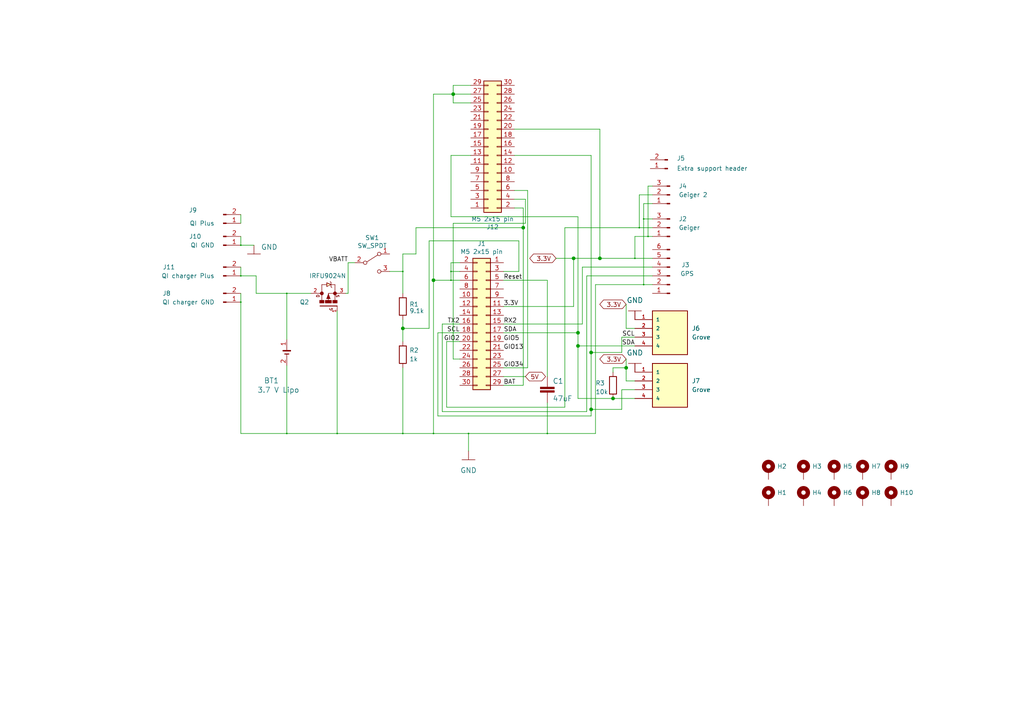
<source format=kicad_sch>
(kicad_sch (version 20220404) (generator eeschema)
  (paper "A4")
  (title_block (title "bGeigieZen V2.1.2") (date "2022-03-31") (rev "V2.1.2") (company "GitHub link at https://github.com/Safecast/bGeigieZen"))
  (lib_symbols
    (symbol "110990030:110990030" (pin_names (offset 1.016))
      (property "Reference" "J" (at -5.08 5.842 0))
      (property "Value" "110990030" (at -5.08 -8.382 0))
      (symbol "110990030_0_0"
        (rectangle (start -5.08 -7.62) (end 5.08 5.08) (stroke (width 0.254)) (fill (type background)))
        (pin passive line (at -10.16 2.54 0) (length 5.08) (name "1") (number "1"))
        (pin passive line (at -10.16 0 0) (length 5.08) (name "2") (number "2"))
        (pin passive line (at -10.16 -2.54 0) (length 5.08) (name "3") (number "3"))
        (pin passive line (at -10.16 -5.08 0) (length 5.08) (name "4") (number "4"))
      )
    )
    (symbol "Connector:Conn_01x02_Male" (pin_names hide)
      (property "Reference" "J" (at 0 2.54 0))
      (property "Value" "Conn_01x02_Male" (at 0 -5.08 0))
      (symbol "Conn_01x02_Male_1_1"
        (polyline (pts (xy 1.27 -2.54) (xy 0.8636 -2.54)))
        (polyline (pts (xy 1.27 0) (xy 0.8636 0)))
        (rectangle (start 0.8636 -2.413) (end 0 -2.667) (fill (type outline)))
        (rectangle (start 0.8636 0.127) (end 0 -0.127) (fill (type outline)))
        (pin passive line (at 5.08 0 180) (length 3.81) (name "Pin_1") (number "1"))
        (pin passive line (at 5.08 -2.54 180) (length 3.81) (name "Pin_2") (number "2"))
      )
    )
    (symbol "Connector:Conn_01x02_Male_1" (pin_names (offset 1.016) hide)
      (property "Reference" "J" (at 0 2.54 0))
      (property "Value" "Conn_01x02_Male" (at 0 -5.08 0))
      (symbol "Conn_01x02_Male_1_1_1"
        (polyline (pts (xy 1.27 -2.54) (xy 0.8636 -2.54)) (stroke (width 0.1524)))
        (polyline (pts (xy 1.27 0) (xy 0.8636 0)) (stroke (width 0.1524)))
        (rectangle (start 0.8636 -2.413) (end 0 -2.667) (stroke (width 0.1524)) (fill (type outline)))
        (rectangle (start 0.8636 0.127) (end 0 -0.127) (stroke (width 0.1524)) (fill (type outline)))
        (pin passive line (at 5.08 0 180) (length 3.81) (name "Pin_1") (number "1"))
        (pin passive line (at 5.08 -2.54 180) (length 3.81) (name "Pin_2") (number "2"))
      )
    )
    (symbol "Connector:Conn_01x03_Male" (pin_names hide)
      (property "Reference" "J" (at 0 5.08 0))
      (property "Value" "Conn_01x03_Male" (at 0 -5.08 0))
      (symbol "Conn_01x03_Male_1_1"
        (polyline (pts (xy 1.27 -2.54) (xy 0.8636 -2.54)) (stroke (width 0.1524)))
        (polyline (pts (xy 1.27 0) (xy 0.8636 0)) (stroke (width 0.1524)))
        (polyline (pts (xy 1.27 2.54) (xy 0.8636 2.54)) (stroke (width 0.1524)))
        (rectangle (start 0.8636 -2.413) (end 0 -2.667) (stroke (width 0.1524)) (fill (type outline)))
        (rectangle (start 0.8636 0.127) (end 0 -0.127) (stroke (width 0.1524)) (fill (type outline)))
        (rectangle (start 0.8636 2.667) (end 0 2.413) (stroke (width 0.1524)) (fill (type outline)))
        (pin passive line (at 5.08 2.54 180) (length 3.81) (name "Pin_1") (number "1"))
        (pin passive line (at 5.08 0 180) (length 3.81) (name "Pin_2") (number "2"))
        (pin passive line (at 5.08 -2.54 180) (length 3.81) (name "Pin_3") (number "3"))
      )
    )
    (symbol "Connector:Conn_01x06_Male" (pin_names (offset 1.016) hide)
      (property "Reference" "J" (at 0 7.62 0))
      (property "Value" "Conn_01x06_Male" (at 0 -10.16 0))
      (symbol "Conn_01x06_Male_1_1"
        (polyline (pts (xy 1.27 -7.62) (xy 0.8636 -7.62)) (stroke (width 0.1524)))
        (polyline (pts (xy 1.27 -5.08) (xy 0.8636 -5.08)) (stroke (width 0.1524)))
        (polyline (pts (xy 1.27 -2.54) (xy 0.8636 -2.54)) (stroke (width 0.1524)))
        (polyline (pts (xy 1.27 0) (xy 0.8636 0)) (stroke (width 0.1524)))
        (polyline (pts (xy 1.27 2.54) (xy 0.8636 2.54)) (stroke (width 0.1524)))
        (polyline (pts (xy 1.27 5.08) (xy 0.8636 5.08)) (stroke (width 0.1524)))
        (rectangle (start 0.8636 -7.493) (end 0 -7.747) (stroke (width 0.1524)) (fill (type outline)))
        (rectangle (start 0.8636 -4.953) (end 0 -5.207) (stroke (width 0.1524)) (fill (type outline)))
        (rectangle (start 0.8636 -2.413) (end 0 -2.667) (stroke (width 0.1524)) (fill (type outline)))
        (rectangle (start 0.8636 0.127) (end 0 -0.127) (stroke (width 0.1524)) (fill (type outline)))
        (rectangle (start 0.8636 2.667) (end 0 2.413) (stroke (width 0.1524)) (fill (type outline)))
        (rectangle (start 0.8636 5.207) (end 0 4.953) (stroke (width 0.1524)) (fill (type outline)))
        (pin passive line (at 5.08 5.08 180) (length 3.81) (name "Pin_1") (number "1"))
        (pin passive line (at 5.08 2.54 180) (length 3.81) (name "Pin_2") (number "2"))
        (pin passive line (at 5.08 0 180) (length 3.81) (name "Pin_3") (number "3"))
        (pin passive line (at 5.08 -2.54 180) (length 3.81) (name "Pin_4") (number "4"))
        (pin passive line (at 5.08 -5.08 180) (length 3.81) (name "Pin_5") (number "5"))
        (pin passive line (at 5.08 -7.62 180) (length 3.81) (name "Pin_6") (number "6"))
      )
    )
    (symbol "Connector_Generic:Conn_02x15_Odd_Even" (pin_names hide)
      (property "Reference" "J" (at 1.27 20.32 0))
      (property "Value" "Conn_02x15_Odd_Even" (at 1.27 -20.32 0))
      (symbol "Conn_02x15_Odd_Even_1_1"
        (rectangle (start -1.27 -17.653) (end 0 -17.907))
        (rectangle (start -1.27 -15.113) (end 0 -15.367))
        (rectangle (start -1.27 -12.573) (end 0 -12.827))
        (rectangle (start -1.27 -10.033) (end 0 -10.287))
        (rectangle (start -1.27 -7.493) (end 0 -7.747))
        (rectangle (start -1.27 -4.953) (end 0 -5.207))
        (rectangle (start -1.27 -2.413) (end 0 -2.667))
        (rectangle (start -1.27 0.127) (end 0 -0.127))
        (rectangle (start -1.27 2.667) (end 0 2.413))
        (rectangle (start -1.27 5.207) (end 0 4.953))
        (rectangle (start -1.27 7.747) (end 0 7.493))
        (rectangle (start -1.27 10.287) (end 0 10.033))
        (rectangle (start -1.27 12.827) (end 0 12.573))
        (rectangle (start -1.27 15.367) (end 0 15.113))
        (rectangle (start -1.27 17.907) (end 0 17.653))
        (rectangle (start -1.27 19.05) (end 3.81 -19.05) (stroke (width 0.254)) (fill (type background)))
        (rectangle (start 3.81 -17.653) (end 2.54 -17.907))
        (rectangle (start 3.81 -15.113) (end 2.54 -15.367))
        (rectangle (start 3.81 -12.573) (end 2.54 -12.827))
        (rectangle (start 3.81 -10.033) (end 2.54 -10.287))
        (rectangle (start 3.81 -7.493) (end 2.54 -7.747))
        (rectangle (start 3.81 -4.953) (end 2.54 -5.207))
        (rectangle (start 3.81 -2.413) (end 2.54 -2.667))
        (rectangle (start 3.81 0.127) (end 2.54 -0.127))
        (rectangle (start 3.81 2.667) (end 2.54 2.413))
        (rectangle (start 3.81 5.207) (end 2.54 4.953))
        (rectangle (start 3.81 7.747) (end 2.54 7.493))
        (rectangle (start 3.81 10.287) (end 2.54 10.033))
        (rectangle (start 3.81 12.827) (end 2.54 12.573))
        (rectangle (start 3.81 15.367) (end 2.54 15.113))
        (rectangle (start 3.81 17.907) (end 2.54 17.653))
        (pin passive line (at -5.08 17.78 0) (length 3.81) (name "Pin_1") (number "1"))
        (pin passive line (at 7.62 7.62 180) (length 3.81) (name "Pin_10") (number "10"))
        (pin passive line (at -5.08 5.08 0) (length 3.81) (name "Pin_11") (number "11"))
        (pin passive line (at 7.62 5.08 180) (length 3.81) (name "Pin_12") (number "12"))
        (pin passive line (at -5.08 2.54 0) (length 3.81) (name "Pin_13") (number "13"))
        (pin passive line (at 7.62 2.54 180) (length 3.81) (name "Pin_14") (number "14"))
        (pin passive line (at -5.08 0 0) (length 3.81) (name "Pin_15") (number "15"))
        (pin passive line (at 7.62 0 180) (length 3.81) (name "Pin_16") (number "16"))
        (pin passive line (at -5.08 -2.54 0) (length 3.81) (name "Pin_17") (number "17"))
        (pin passive line (at 7.62 -2.54 180) (length 3.81) (name "Pin_18") (number "18"))
        (pin passive line (at -5.08 -5.08 0) (length 3.81) (name "Pin_19") (number "19"))
        (pin passive line (at 7.62 17.78 180) (length 3.81) (name "Pin_2") (number "2"))
        (pin passive line (at 7.62 -5.08 180) (length 3.81) (name "Pin_20") (number "20"))
        (pin passive line (at -5.08 -7.62 0) (length 3.81) (name "Pin_21") (number "21"))
        (pin passive line (at 7.62 -7.62 180) (length 3.81) (name "Pin_22") (number "22"))
        (pin passive line (at -5.08 -10.16 0) (length 3.81) (name "Pin_23") (number "23"))
        (pin passive line (at 7.62 -10.16 180) (length 3.81) (name "Pin_24") (number "24"))
        (pin passive line (at -5.08 -12.7 0) (length 3.81) (name "Pin_25") (number "25"))
        (pin passive line (at 7.62 -12.7 180) (length 3.81) (name "Pin_26") (number "26"))
        (pin passive line (at -5.08 -15.24 0) (length 3.81) (name "Pin_27") (number "27"))
        (pin passive line (at 7.62 -15.24 180) (length 3.81) (name "Pin_28") (number "28"))
        (pin passive line (at -5.08 -17.78 0) (length 3.81) (name "Pin_29") (number "29"))
        (pin passive line (at -5.08 15.24 0) (length 3.81) (name "Pin_3") (number "3"))
        (pin passive line (at 7.62 -17.78 180) (length 3.81) (name "Pin_30") (number "30"))
        (pin passive line (at 7.62 15.24 180) (length 3.81) (name "Pin_4") (number "4"))
        (pin passive line (at -5.08 12.7 0) (length 3.81) (name "Pin_5") (number "5"))
        (pin passive line (at 7.62 12.7 180) (length 3.81) (name "Pin_6") (number "6"))
        (pin passive line (at -5.08 10.16 0) (length 3.81) (name "Pin_7") (number "7"))
        (pin passive line (at 7.62 10.16 180) (length 3.81) (name "Pin_8") (number "8"))
        (pin passive line (at -5.08 7.62 0) (length 3.81) (name "Pin_9") (number "9"))
      )
    )
    (symbol "Device:R" (pin_numbers hide) (pin_names (offset 0))
      (property "Reference" "R" (at 2.032 0 90))
      (property "Value" "R" (at 0 0 90))
      (symbol "R_0_1"
        (rectangle (start -1.016 -2.54) (end 1.016 2.54) (stroke (width 0.254)))
      )
      (symbol "R_1_1"
        (pin passive line (at 0 3.81 270) (length 1.27) (name "~") (number "1"))
        (pin passive line (at 0 -3.81 90) (length 1.27) (name "~") (number "2"))
      )
    )
    (symbol "IRFR9024:IRFR9024" (pin_names (offset 1.016))
      (property "Reference" "Q2" (at 0 6.9534 90))
      (property "Value" "IRFR9024" (at 10.795 -0.4253 90))
      (symbol "IRFR9024_0_0"
        (rectangle (start -0.254 -2.54) (end 0.508 -1.27) (fill (type outline)))
        (rectangle (start -0.254 -0.889) (end 0.508 0.889) (fill (type outline)))
        (rectangle (start -0.254 1.27) (end 0.508 2.54) (fill (type outline)))
        (polyline (pts (xy -1.1176 -2.54) (xy -2.54 -2.54)) (stroke (width 0.1524)))
        (polyline (pts (xy -1.1176 2.413) (xy -1.1176 -2.54)) (stroke (width 0.254)))
        (polyline (pts (xy 0.508 -1.905) (xy 2.54 -1.905)) (stroke (width 0.1524)))
        (polyline (pts (xy 1.016 -0.508) (xy 2.286 0)) (stroke (width 0.1524)))
        (polyline (pts (xy 1.016 0.508) (xy 1.016 -0.508)) (stroke (width 0.1524)))
        (polyline (pts (xy 1.143 -0.254) (xy 2.032 0)) (stroke (width 0.3048)))
        (polyline (pts (xy 1.143 0) (xy 0.254 0)) (stroke (width 0.1524)))
        (polyline (pts (xy 1.143 0) (xy 1.397 0)) (stroke (width 0.3048)))
        (polyline (pts (xy 1.143 0.254) (xy 1.143 0)) (stroke (width 0.3048)))
        (polyline (pts (xy 2.032 0) (xy 1.143 0.254)) (stroke (width 0.3048)))
        (polyline (pts (xy 2.2352 0) (xy 2.54 0)) (stroke (width 0.1524)))
        (polyline (pts (xy 2.286 0) (xy 1.016 0.508)) (stroke (width 0.1524)))
        (polyline (pts (xy 2.54 -1.905) (xy 2.54 -2.54)) (stroke (width 0.1524)))
        (polyline (pts (xy 2.54 0) (xy 2.54 -1.905)) (stroke (width 0.1524)))
        (polyline (pts (xy 2.54 1.905) (xy 0.5334 1.905)) (stroke (width 0.1524)))
        (polyline (pts (xy 2.54 1.905) (xy 5.08 1.905)) (stroke (width 0.1524)))
        (polyline (pts (xy 2.54 2.54) (xy 2.54 1.905)) (stroke (width 0.1524)))
        (polyline (pts (xy 4.445 -0.762) (xy 4.191 -1.016)) (stroke (width 0.1524)))
        (polyline (pts (xy 4.5212 0.4826) (xy 5.08 -0.762)) (stroke (width 0.1524)))
        (polyline (pts (xy 5.08 -1.905) (xy 2.54 -1.905)) (stroke (width 0.1524)))
        (polyline (pts (xy 5.08 -1.905) (xy 5.08 -0.762)) (stroke (width 0.1524)))
        (polyline (pts (xy 5.08 -0.762) (xy 4.445 -0.762)) (stroke (width 0.1524)))
        (polyline (pts (xy 5.08 -0.762) (xy 5.6388 0.4826)) (stroke (width 0.1524)))
        (polyline (pts (xy 5.08 0.4826) (xy 4.5212 0.4826)) (stroke (width 0.1524)))
        (polyline (pts (xy 5.08 0.4826) (xy 5.08 1.905)) (stroke (width 0.1524)))
        (polyline (pts (xy 5.6388 0.4826) (xy 5.08 0.4826)) (stroke (width 0.1524)))
        (polyline (pts (xy 5.715 -0.762) (xy 5.08 -0.762)) (stroke (width 0.1524)))
        (polyline (pts (xy 5.715 -0.762) (xy 5.969 -0.508)) (stroke (width 0.1524)))
        (polyline (pts (xy 5.08 -0.635) (xy 5.5626 0.4064) (xy 4.5974 0.4064)) (stroke (width 0.1524)) (fill (type background)))
        (circle (center 2.54 -1.905) (radius 0.127) (stroke (width 0.4064)))
        (circle (center 2.54 1.905) (radius 0.127) (stroke (width 0.4064)))
        (text "D" (at 1.27 2.54 0) (effects (font (size 0.8128 0.8128)) (justify left bottom)))
        (text "G" (at -2.54 -1.27 0) (effects (font (size 0.8128 0.8128)) (justify left bottom)))
        (text "S" (at 1.27 -3.175 0) (effects (font (size 0.8128 0.8128)) (justify left bottom)))
        (pin passive line (at -2.54 -2.54 0) (length 0) (name "~") (number "1"))
        (pin passive line (at 2.54 5.08 270) (length 2.54) (name "~") (number "2"))
        (pin passive line (at 2.54 -5.08 90) (length 2.54) (name "~") (number "3"))
      )
    )
    (symbol "Mechanical:MountingHole_Pad" (pin_numbers hide) (pin_names hide)
      (property "Reference" "H" (at 0 6.35 0))
      (property "Value" "MountingHole_Pad" (at 0 4.445 0))
      (symbol "MountingHole_Pad_0_1"
        (circle (center 0 1.27) (radius 1.27) (stroke (width 1.27)))
      )
      (symbol "MountingHole_Pad_1_1"
        (pin input line (at 0 -2.54 90) (length 2.54) (name "1") (number "1"))
      )
    )
    (symbol "Switch:SW_SPDT" (pin_names (offset 0) hide)
      (property "Reference" "SW1" (at 0 7.239 0))
      (property "Value" "SW_SPDT" (at 0 4.9276 0))
      (symbol "SW_SPDT_0_0"
        (circle (center -2.032 0) (radius 0.508))
        (circle (center 2.032 -2.54) (radius 0.508))
      )
      (symbol "SW_SPDT_0_1"
        (polyline (pts (xy -1.524 0.254) (xy 1.651 2.286)))
        (circle (center 2.032 2.54) (radius 0.508))
      )
      (symbol "SW_SPDT_1_1"
        (pin passive line (at 5.08 2.54 180) (length 2.54) (name "A") (number "1"))
        (pin passive line (at -5.08 0 0) (length 2.54) (name "B") (number "2"))
        (pin passive line (at 5.08 -2.54 180) (length 2.54) (name "C") (number "3"))
      )
    )
    (symbol "bGeigieRaku-V2-rescue:BATTERY-akizuki-M5_board-rescue" (pin_names hide)
      (property "Reference" "BT" (at 0 -7.62 0))
      (property "Value" "BATTERY-akizuki-M5_board-rescue" (at 0 6.35 0))
      (symbol "BATTERY-akizuki-M5_board-rescue_0_1"
        (rectangle (start -1.143 0.635) (end 1.143 0.381) (fill (type outline)))
        (rectangle (start -0.635 -0.381) (end 0.635 -0.508))
        (polyline (pts (xy 0 -0.508) (xy 0 -1.27)))
        (polyline (pts (xy 0 1.27) (xy 0 0.635)))
      )
      (symbol "BATTERY-akizuki-M5_board-rescue_1_1"
        (pin input line (at 0 3.81 270) (length 2.54) (name "+") (number "1"))
        (pin input line (at 0 -3.81 90) (length 2.54) (name "-") (number "2"))
      )
    )
    (symbol "bGeigieRaku-V2-rescue:GND-bGeigieNano_V1.1.5" (power)
      (property "Value" "GND-bGeigieNano_V1.1.5" (at 0 -0.254 0))
      (symbol "GND-bGeigieNano_V1.1.5_1_0"
        (polyline (pts (xy -1.905 0) (xy 1.905 0)))
        (pin power_in line (at 0 2.54 270) (length 2.54) (name "GND") (number "1"))
      )
    )
    (symbol "bGeigieRaku-V2-rescue:bGeigieNano_V1.1.5-eagle-import_C-EU025-024X044-bGeigieNano_V1.1.5-cache"
      (property "Reference" "C" (at 1.524 0.381 0))
      (property "Value" "bGeigieNano_V1.1.5-eagle-import_C-EU025-024X044-bGeigieNano_V1.1.5-cache" (at 1.524 -4.699 0))
      (symbol "bGeigieNano_V1.1.5-eagle-import_C-EU025-024X044-bGeigieNano_V1.1.5-cache_1_0"
        (rectangle (start -2.032 -2.032) (end 2.032 -1.524) (fill (type outline)))
        (rectangle (start -2.032 -1.016) (end 2.032 -0.508) (fill (type outline)))
        (polyline (pts (xy 0 -2.54) (xy 0 -2.032)))
        (polyline (pts (xy 0 0) (xy 0 -0.508)))
        (pin passive line (at 0 2.54 270) (length 2.54) (name "1") (number "1"))
        (pin passive line (at 0 -5.08 90) (length 2.54) (name "2") (number "2"))
      )
    )
  )
  (junction (at 83.185 125.73) (diameter 0.3048))
  (junction (at 116.84 78.74) (diameter 0.3048))
  (junction (at 125.73 125.73) (diameter 0.3048))
  (junction (at 97.79 125.73) (diameter 0.3048))
  (junction (at 69.85 87.63) (diameter 0.3048))
  (junction (at 181.61 106.68))
  (junction (at 186.69 82.55) (diameter 0.3048))
  (junction (at 166.37 74.93))
  (junction (at 177.8 115.57))
  (junction (at 171.45 102.235))
  (junction (at 130.81 81.28) (diameter 0.3048))
  (junction (at 83.185 85.09) (diameter 0.3048))
  (junction (at 186.69 63.5) (diameter 0.3048))
  (junction (at 185.42 66.04) (diameter 0.3048))
  (junction (at 167.64 100.33))
  (junction (at 69.85 71.12) (diameter 0.3048))
  (junction (at 116.84 125.73) (diameter 0.3048))
  (junction (at 184.15 74.93) (diameter 0.3048))
  (junction (at 158.75 125.73) (diameter 0.3048))
  (junction (at 167.64 96.52))
  (junction (at 69.85 80.01) (diameter 0.3048))
  (junction (at 187.96 68.58) (diameter 0.3048))
  (junction (at 125.73 81.28))
  (junction (at 116.84 95.25))
  (junction (at 135.89 125.73) (diameter 0.3048))
  (junction (at 151.765 66.04))
  (junction (at 131.445 27.305))
  (junction (at 173.99 74.93))
  (junction (at 171.45 118.745))
  (junction (at 130.81 78.74) (diameter 0.3048))
  (wire (pts (xy 127 96.52) (xy 133.35 96.52)))
  (wire (pts (xy 127 120.65) (xy 127 96.52)))
  (wire (pts (xy 186.69 59.055) (xy 189.23 59.055)))
  (wire (pts (xy 177.8 107.95) (xy 177.8 106.68)))
  (wire (pts (xy 74.295 85.09) (xy 83.185 85.09)))
  (wire (pts (xy 186.69 82.55) (xy 172.72 82.55)))
  (wire (pts (xy 177.8 115.57) (xy 167.64 115.57)))
  (wire (pts (xy 184.15 95.25) (xy 181.61 95.25)))
  (wire (pts (xy 130.81 78.74) (xy 133.35 78.74)))
  (wire (pts (xy 69.85 87.63) (xy 69.85 125.73)))
  (wire (pts (xy 152.4 57.785) (xy 149.225 57.785)))
  (wire (pts (xy 152.4 64.77) (xy 152.4 57.785)))
  (wire (pts (xy 135.89 125.73) (xy 135.89 130.81)))
  (wire (pts (xy 167.64 115.57) (xy 167.64 100.33)))
  (wire (pts (xy 124.46 69.85) (xy 150.495 69.85)))
  (wire (pts (xy 97.79 125.73) (xy 116.84 125.73)))
  (wire (pts (xy 172.72 125.73) (xy 158.75 125.73)))
  (wire (pts (xy 177.8 106.68) (xy 181.61 106.68)))
  (wire (pts (xy 131.445 29.845) (xy 131.445 27.305)))
  (wire (pts (xy 153.035 55.245) (xy 153.035 106.68)))
  (wire (pts (xy 83.185 125.73) (xy 83.185 106.045)))
  (wire (pts (xy 83.185 125.73) (xy 97.79 125.73)))
  (wire (pts (xy 146.05 109.22) (xy 152.4 109.22)))
  (wire (pts (xy 151.765 111.76) (xy 146.05 111.76)))
  (wire (pts (xy 130.81 81.28) (xy 133.35 81.28)))
  (wire (pts (xy 167.64 62.865) (xy 167.64 96.52)))
  (wire (pts (xy 161.29 74.93) (xy 166.37 74.93)))
  (wire (pts (xy 116.84 95.25) (xy 116.84 99.06)))
  (wire (pts (xy 189.23 66.04) (xy 185.42 66.04)))
  (wire (pts (xy 150.495 69.85) (xy 150.495 78.74)))
  (wire (pts (xy 116.84 92.71) (xy 116.84 95.25)))
  (wire (pts (xy 131.445 24.765) (xy 131.445 27.305)))
  (wire (pts (xy 130.81 78.74) (xy 130.81 76.2)))
  (wire (pts (xy 100.965 76.2) (xy 102.87 76.2)))
  (wire (pts (xy 69.85 71.12) (xy 73.66 71.12)))
  (wire (pts (xy 180.34 113.03) (xy 184.15 113.03)))
  (wire (pts (xy 170.18 119.38) (xy 128.27 119.38)))
  (wire (pts (xy 168.91 93.98) (xy 146.05 93.98)))
  (wire (pts (xy 125.73 125.73) (xy 125.73 81.28)))
  (wire (pts (xy 129.54 118.11) (xy 163.83 118.11)))
  (wire (pts (xy 128.27 93.98) (xy 133.35 93.98)))
  (wire (pts (xy 116.84 73.66) (xy 116.84 78.74)))
  (wire (pts (xy 116.84 78.74) (xy 116.84 85.09)))
  (wire (pts (xy 186.69 82.55) (xy 186.69 63.5)))
  (wire (pts (xy 116.84 73.66) (xy 120.65 73.66)))
  (wire (pts (xy 184.15 74.93) (xy 184.15 68.58)))
  (wire (pts (xy 158.75 125.73) (xy 135.89 125.73)))
  (wire (pts (xy 146.05 78.74) (xy 150.495 78.74)))
  (wire (pts (xy 125.73 125.73) (xy 135.89 125.73)))
  (wire (pts (xy 83.185 85.09) (xy 90.17 85.09)))
  (wire (pts (xy 187.96 53.975) (xy 187.96 68.58)))
  (wire (pts (xy 181.61 110.49) (xy 181.61 106.68)))
  (wire (pts (xy 158.75 81.28) (xy 158.75 109.22)))
  (wire (pts (xy 133.35 104.14) (xy 131.445 104.14)))
  (wire (pts (xy 131.445 24.765) (xy 136.525 24.765)))
  (wire (pts (xy 146.05 81.28) (xy 158.75 81.28)))
  (wire (pts (xy 129.54 118.11) (xy 129.54 99.06)))
  (wire (pts (xy 124.46 69.85) (xy 124.46 95.25)))
  (wire (pts (xy 69.85 68.58) (xy 69.85 71.12)))
  (wire (pts (xy 69.85 62.23) (xy 69.85 64.77)))
  (wire (pts (xy 163.83 66.04) (xy 185.42 66.04)))
  (wire (pts (xy 167.64 100.33) (xy 167.64 96.52)))
  (wire (pts (xy 171.45 118.745) (xy 171.45 120.65)))
  (wire (pts (xy 69.85 77.47) (xy 69.85 80.01)))
  (wire (pts (xy 130.81 81.28) (xy 130.81 78.74)))
  (wire (pts (xy 124.46 95.25) (xy 116.84 95.25)))
  (wire (pts (xy 125.73 81.28) (xy 130.81 81.28)))
  (wire (pts (xy 149.225 37.465) (xy 173.99 37.465)))
  (wire (pts (xy 149.225 60.325) (xy 151.765 60.325)))
  (wire (pts (xy 180.34 97.79) (xy 184.15 97.79)))
  (wire (pts (xy 113.03 78.74) (xy 116.84 78.74)))
  (wire (pts (xy 131.445 104.14) (xy 131.445 64.77)))
  (wire (pts (xy 173.99 37.465) (xy 173.99 74.93)))
  (wire (pts (xy 170.18 80.01) (xy 170.18 119.38)))
  (wire (pts (xy 189.23 77.47) (xy 168.91 77.47)))
  (wire (pts (xy 181.61 106.68) (xy 181.61 104.14)))
  (wire (pts (xy 69.85 125.73) (xy 83.185 125.73)))
  (wire (pts (xy 149.225 55.245) (xy 153.035 55.245)))
  (wire (pts (xy 184.15 115.57) (xy 177.8 115.57)))
  (wire (pts (xy 185.42 56.515) (xy 185.42 66.04)))
  (wire (pts (xy 189.23 56.515) (xy 185.42 56.515)))
  (wire (pts (xy 149.225 45.085) (xy 171.45 45.085)))
  (wire (pts (xy 69.85 85.09) (xy 69.85 87.63)))
  (wire (pts (xy 146.05 88.9) (xy 166.37 88.9)))
  (wire (pts (xy 151.765 60.325) (xy 151.765 66.04)))
  (wire (pts (xy 136.525 29.845) (xy 131.445 29.845)))
  (wire (pts (xy 163.83 66.04) (xy 163.83 118.11)))
  (wire (pts (xy 180.34 102.235) (xy 180.34 97.79)))
  (wire (pts (xy 131.445 64.77) (xy 152.4 64.77)))
  (wire (pts (xy 172.72 82.55) (xy 172.72 125.73)))
  (wire (pts (xy 120.65 73.66) (xy 120.65 66.04)))
  (wire (pts (xy 181.61 110.49) (xy 184.15 110.49)))
  (wire (pts (xy 74.295 80.01) (xy 74.295 85.09)))
  (wire (pts (xy 131.445 27.305) (xy 136.525 27.305)))
  (wire (pts (xy 97.79 90.17) (xy 97.79 125.73)))
  (wire (pts (xy 151.765 66.04) (xy 151.765 111.76)))
  (wire (pts (xy 180.34 118.745) (xy 171.45 118.745)))
  (wire (pts (xy 130.81 76.2) (xy 133.35 76.2)))
  (wire (pts (xy 187.96 53.975) (xy 189.23 53.975)))
  (wire (pts (xy 189.23 82.55) (xy 186.69 82.55)))
  (wire (pts (xy 128.27 119.38) (xy 128.27 93.98)))
  (wire (pts (xy 125.73 27.305) (xy 131.445 27.305)))
  (wire (pts (xy 168.91 77.47) (xy 168.91 93.98)))
  (wire (pts (xy 184.15 68.58) (xy 187.96 68.58)))
  (wire (pts (xy 187.96 68.58) (xy 189.23 68.58)))
  (wire (pts (xy 129.54 99.06) (xy 133.35 99.06)))
  (wire (pts (xy 125.73 27.305) (xy 125.73 81.28)))
  (wire (pts (xy 180.34 113.03) (xy 180.34 118.745)))
  (wire (pts (xy 69.85 80.01) (xy 74.295 80.01)))
  (wire (pts (xy 100.33 85.09) (xy 100.965 85.09)))
  (wire (pts (xy 100.965 76.2) (xy 100.965 85.09)))
  (wire (pts (xy 130.81 62.865) (xy 167.64 62.865)))
  (wire (pts (xy 171.45 102.235) (xy 180.34 102.235)))
  (wire (pts (xy 116.84 125.73) (xy 125.73 125.73)))
  (wire (pts (xy 173.99 74.93) (xy 184.15 74.93)))
  (wire (pts (xy 186.69 63.5) (xy 186.69 59.055)))
  (wire (pts (xy 171.45 102.235) (xy 171.45 118.745)))
  (wire (pts (xy 166.37 74.93) (xy 173.99 74.93)))
  (wire (pts (xy 130.81 45.085) (xy 130.81 62.865)))
  (wire (pts (xy 116.84 106.68) (xy 116.84 125.73)))
  (wire (pts (xy 181.61 88.265) (xy 181.61 95.25)))
  (wire (pts (xy 167.64 100.33) (xy 184.15 100.33)))
  (wire (pts (xy 166.37 74.93) (xy 166.37 88.9)))
  (wire (pts (xy 184.15 74.93) (xy 189.23 74.93)))
  (wire (pts (xy 189.23 80.01) (xy 170.18 80.01)))
  (wire (pts (xy 146.05 96.52) (xy 167.64 96.52)))
  (wire (pts (xy 146.05 106.68) (xy 153.035 106.68)))
  (wire (pts (xy 171.45 120.65) (xy 127 120.65)))
  (wire (pts (xy 186.69 63.5) (xy 189.23 63.5)))
  (wire (pts (xy 158.75 116.84) (xy 158.75 125.73)))
  (wire (pts (xy 83.185 98.425) (xy 83.185 85.09)))
  (wire (pts (xy 120.65 66.04) (xy 151.765 66.04)))
  (wire (pts (xy 136.525 45.085) (xy 130.81 45.085)))
  (wire (pts (xy 171.45 45.085) (xy 171.45 102.235)))
  (label "SDA" (at 149.86 96.52 0))
  (label "TX2" (at 133.35 93.98 0))
  (label "VBATT" (at 100.965 76.2 0))
  (label "GIO13" (at 146.05 101.6 0))
  (label "GIO34" (at 146.05 106.68 0))
  (label "Reset" (at 146.05 81.28 0))
  (label "GIO2" (at 133.35 99.06 0))
  (label "3.3V" (at 146.05 88.9 0))
  (label "SCL" (at 184.15 97.79 0))
  (label "SCL" (at 133.35 96.52 0))
  (label "GIO5" (at 146.05 99.06 0))
  (label "BAT" (at 146.05 111.76 0))
  (label "RX2" (at 146.05 93.98 0))
  (label "SDA" (at 184.15 100.33 0))
  (global_label "3.3V" (shape bidirectional) (at 181.61 104.14 180) (property "Intersheet References" "${INTERSHEET_REFS}" (effects hide)))
  (global_label "3.3V" (shape bidirectional) (at 181.61 88.265 180) (property "Intersheet References" "${INTERSHEET_REFS}" (effects hide)))
  (global_label "3.3V" (shape bidirectional) (at 161.29 74.93 180) (property "Intersheet References" "${INTERSHEET_REFS}" (effects hide)))
  (global_label "5V" (shape bidirectional) (at 152.4 109.22 0) (property "Intersheet References" "${INTERSHEET_REFS}" (effects hide)))
  (symbol (lib_id "Connector_Generic:Conn_02x15_Odd_Even") (at 140.97 93.98 0) (mirror y) (unit 1)
    (default_instance (reference "U") (unit 1) (value "") (footprint ""))
    (property "Reference" "J1" (at 139.7 70.6882 0))
    (property "Value" "M5 2x15 pin" (at 139.7 72.9996 0))
    (property "Footprint" "Connector_PinHeader_2.54mm:PinHeader_2x15_P2.54mm_Vertical_SMD" (effects hide))
    (property "Datasheet" "Hirosugi Instruments: PSM-4200233-15" (effects hide))
  )
  (symbol (lib_id "bGeigieRaku-V2-rescue:BATTERY-akizuki-M5_board-rescue") (at 83.185 102.235 0) (unit 1)
    (default_instance (reference "U") (unit 1) (value "") (footprint ""))
    (property "Reference" "BT1" (at 76.5302 110.3884 0) (effects (font (size 1.524 1.524)) (justify left)))
    (property "Value" " 3.7 V Lipo" (at 74.6252 113.1062 0) (effects (font (size 1.524 1.524)) (justify left)))
    (property "Footprint" "Library:BATTERY_18650-HOLDER" (effects hide))
  )
  (symbol (lib_id "Connector:Conn_01x06_Male") (at 194.31 80.01 180) (unit 1)
    (default_instance (reference "U") (unit 1) (value "") (footprint ""))
    (property "Reference" "J3" (at 200.025 76.835 0) (effects (justify left)))
    (property "Value" "GPS" (at 201.295 79.375 0) (effects (justify left)))
    (property "Footprint" "Connector_PinSocket_2.54mm:PinSocket_1x06_P2.54mm_Vertical" (effects hide))
  )
  (symbol (lib_id "Switch:SW_SPDT") (at 107.95 76.2 0) (unit 1)
    (default_instance (reference "U") (unit 1) (value "") (footprint ""))
    (property "Reference" "SW1" (at 107.95 68.961 0))
    (property "Value" "SW_SPDT" (at 107.95 71.2724 0))
    (property "Footprint" "bGeigieNanoKit V1.1r5a:EG1206" (effects hide))
    (property "Datasheet" "https://www.digikey.jp/product-detail/ja/e-switch/EG1206/EG1916-ND/251333" (effects hide))
  )
  (symbol (lib_id "Connector:Conn_01x03_Male") (at 194.31 66.04 180) (unit 1)
    (default_instance (reference "U") (unit 1) (value "") (footprint ""))
    (property "Reference" "J2" (at 196.85 63.5 0) (effects (justify right)))
    (property "Value" "Geiger" (at 196.85 66.04 0) (effects (justify right)))
    (property "Footprint" "Connector_PinHeader_2.54mm:PinHeader_1x03_P2.54mm_Vertical" (effects hide))
  )
  (symbol (lib_id "bGeigieRaku-V2-rescue:GND-bGeigieNano_V1.1.5") (at 135.89 133.35 0) (unit 1)
    (default_instance (reference "U") (unit 1) (value "") (footprint ""))
    (property "Reference" "#GND01" (effects hide))
    (property "Value" "GND" (at 135.89 136.4234 0) (effects (font (size 1.4986 1.4986))))
  )
  (symbol (lib_id "bGeigieRaku-V2-rescue:bGeigieNano_V1.1.5-eagle-import_C-EU025-024X044-bGeigieNano_V1.1.5-cache") (at 158.75 111.76 0) (unit 1)
    (default_instance (reference "U") (unit 1) (value "") (footprint ""))
    (property "Reference" "C1" (at 160.274 111.379 0) (effects (font (size 1.4986 1.4986)) (justify left bottom)))
    (property "Value" "47uF" (at 160.274 116.459 0) (effects (font (size 1.4986 1.4986)) (justify left bottom)))
    (property "Footprint" "bGeigieNano V1.1.5:C025-024X044" (effects hide))
  )
  (symbol (lib_id "Connector:Conn_01x02_Male") (at 64.77 87.63 0) (mirror x) (unit 1)
    (default_instance (reference "U") (unit 1) (value "") (footprint ""))
    (property "Reference" "J8" (at 49.53 85.09 0) (effects (justify right)))
    (property "Value" "QI charger GND" (at 62.23 87.63 0) (effects (justify right)))
    (property "Footprint" "Connector_PinHeader_2.54mm:PinHeader_1x02_P2.54mm_Vertical" (effects hide))
  )
  (symbol (lib_id "Connector:Conn_01x02_Male") (at 64.77 80.01 0) (mirror x) (unit 1)
    (default_instance (reference "U") (unit 1) (value "") (footprint ""))
    (property "Reference" "J11" (at 50.8 77.47 0) (effects (justify right)))
    (property "Value" "QI charger Plus" (at 62.23 80.01 0) (effects (justify right)))
    (property "Footprint" "Connector_PinHeader_2.54mm:PinHeader_1x02_P2.54mm_Vertical" (effects hide))
  )
  (symbol (lib_id "Connector:Conn_01x02_Male") (at 64.77 71.12 0) (mirror x) (unit 1)
    (default_instance (reference "U") (unit 1) (value "") (footprint ""))
    (property "Reference" "J10" (at 58.42 68.58 0) (effects (justify right)))
    (property "Value" "QI GND" (at 62.23 71.12 0) (effects (justify right)))
    (property "Footprint" "Connector_PinHeader_2.54mm:PinHeader_1x02_P2.54mm_Vertical" (effects hide))
  )
  (symbol (lib_id "Connector:Conn_01x02_Male") (at 64.77 64.77 0) (mirror x) (unit 1)
    (default_instance (reference "U") (unit 1) (value "") (footprint ""))
    (property "Reference" "J9" (at 57.15 60.96 0) (effects (justify right)))
    (property "Value" "QI Plus" (at 62.23 64.77 0) (effects (justify right)))
    (property "Footprint" "Connector_PinHeader_2.54mm:PinHeader_1x02_P2.54mm_Vertical" (effects hide))
  )
  (symbol (lib_id "Mechanical:MountingHole_Pad") (at 222.885 136.525 0) (unit 1)
    (default_instance (reference "U") (unit 1) (value "") (footprint ""))
    (property "Reference" "H2" (at 225.425 135.255 0) (effects (justify left)))
    (property "Value" "MountingHole_Pad" (effects hide))
    (property "Footprint" "MountingHole:MountingHole_3.2mm_M3" (effects hide))
  )
  (symbol (lib_id "Mechanical:MountingHole_Pad") (at 233.045 144.145 0) (unit 1)
    (default_instance (reference "U") (unit 1) (value "") (footprint ""))
    (property "Reference" "H4" (at 235.585 142.875 0) (effects (justify left)))
    (property "Value" "MountingHole_Pad" (effects hide))
    (property "Footprint" "MountingHole:MountingHole_3.2mm_M3" (effects hide))
  )
  (symbol (lib_id "Device:R") (at 116.84 102.87 0) (unit 1)
    (default_instance (reference "U") (unit 1) (value "") (footprint ""))
    (property "Reference" "R2" (at 118.745 101.6 0) (effects (justify left)))
    (property "Value" "1k" (at 118.745 104.14 0) (effects (justify left)))
    (property "Footprint" "bGeigieNano V1.1.5:0207_10" (effects hide))
  )
  (symbol (lib_id "Mechanical:MountingHole_Pad") (at 258.445 144.145 0) (unit 1)
    (default_instance (reference "U") (unit 1) (value "") (footprint ""))
    (property "Reference" "H10" (at 260.985 142.875 0) (effects (justify left)))
    (property "Value" "MountingHole_Pad" (effects hide))
    (property "Footprint" "MountingHole:MountingHole_3.2mm_M3" (effects hide))
  )
  (symbol (lib_id "Mechanical:MountingHole_Pad") (at 250.19 144.145 0) (unit 1)
    (default_instance (reference "U") (unit 1) (value "") (footprint ""))
    (property "Reference" "H8" (at 252.73 142.875 0) (effects (justify left)))
    (property "Value" "MountingHole_Pad" (effects hide))
    (property "Footprint" "MountingHole:MountingHole_3.2mm_M3" (effects hide))
  )
  (symbol (lib_id "Mechanical:MountingHole_Pad") (at 241.935 144.145 0) (unit 1)
    (default_instance (reference "U") (unit 1) (value "") (footprint ""))
    (property "Reference" "H6" (at 244.475 142.875 0) (effects (justify left)))
    (property "Value" "MountingHole_Pad" (effects hide))
    (property "Footprint" "MountingHole:MountingHole_3.2mm_M3" (effects hide))
  )
  (symbol (lib_id "Connector:Conn_01x03_Male") (at 194.31 56.515 180) (unit 1)
    (default_instance (reference "U") (unit 1) (value "") (footprint ""))
    (property "Reference" "J4" (at 196.85 53.975 0) (effects (justify right)))
    (property "Value" "Geiger 2" (at 196.85 56.515 0) (effects (justify right)))
    (property "Footprint" "Connector_PinHeader_2.54mm:PinHeader_1x03_P2.54mm_Vertical" (effects hide))
  )
  (symbol (lib_id "bGeigieRaku-V2-rescue:GND-bGeigieNano_V1.1.5") (at 184.15 105.41 180) (unit 1)
    (default_instance (reference "U") (unit 1) (value "") (footprint ""))
    (property "Reference" "#GND0103" (effects hide))
    (property "Value" "GND" (at 184.15 102.3366 0) (effects (font (size 1.4986 1.4986))))
  )
  (symbol (lib_id "Device:R") (at 177.8 111.76 0) (unit 1)
    (default_instance (reference "U") (unit 1) (value "") (footprint ""))
    (property "Reference" "R3" (at 172.72 111.125 0) (effects (justify left)))
    (property "Value" "10k" (at 172.72 113.665 0) (effects (justify left)))
    (property "Footprint" "bGeigieRaku_M5_1015:0207_10" (effects hide))
  )
  (symbol (lib_id "bGeigieRaku-V2-rescue:GND-bGeigieNano_V1.1.5") (at 73.66 73.66 0) (unit 1)
    (default_instance (reference "U") (unit 1) (value "") (footprint ""))
    (property "Reference" "#GND0101" (effects hide))
    (property "Value" "GND" (at 78.105 71.6534 0) (effects (font (size 1.4986 1.4986))))
  )
  (symbol (lib_id "bGeigieRaku-V2-rescue:GND-bGeigieNano_V1.1.5") (at 184.15 90.17 180) (unit 1)
    (default_instance (reference "U") (unit 1) (value "") (footprint ""))
    (property "Reference" "#GND0102" (effects hide))
    (property "Value" "GND" (at 184.15 87.0966 0) (effects (font (size 1.4986 1.4986))))
  )
  (symbol (lib_id "Connector_Generic:Conn_02x15_Odd_Even") (at 141.605 42.545 0) (mirror x) (unit 1)
    (default_instance (reference "U") (unit 1) (value "") (footprint ""))
    (property "Reference" "J12" (at 142.875 65.8368 0))
    (property "Value" "M5 2x15 pin" (at 142.875 63.5254 0))
    (property "Footprint" "Connector_PinSocket_2.54mm:PinSocket_2x15_P2.54mm_Vertical_SMD" (effects hide))
    (property "Datasheet" "Hirosugi Instruments: PSM-4200233-15" (effects hide))
  )
  (symbol (lib_id "110990030:110990030") (at 194.31 110.49 0) (unit 1)
    (default_instance (reference "U") (unit 1) (value "") (footprint ""))
    (property "Reference" "J7" (at 200.66 110.4899 0) (effects (justify left)))
    (property "Value" "Grove" (at 200.66 113.0299 0) (effects (justify left)))
    (property "Footprint" "Connector_JST:JST_ACH_BM04B-ACHSS-A-GAN-ETF_1x04-1MP_P1.20mm_Vertical" (effects hide))
    (property "PARTREV" "A" (effects hide))
    (property "STANDARD" "Manufacturer Recommendations" (effects hide))
    (property "MAXIMUM_PACKAGE_HEIGHT" "8.1mm" (effects hide))
    (property "MANUFACTURER" "Seeed Technology" (effects hide))
  )
  (symbol (lib_id "Mechanical:MountingHole_Pad") (at 250.19 136.525 0) (unit 1)
    (default_instance (reference "U") (unit 1) (value "") (footprint ""))
    (property "Reference" "H7" (at 252.73 135.255 0) (effects (justify left)))
    (property "Value" "MountingHole_Pad" (effects hide))
    (property "Footprint" "MountingHole:MountingHole_3.2mm_M3" (effects hide))
  )
  (symbol (lib_id "110990030:110990030") (at 194.31 95.25 0) (unit 1)
    (default_instance (reference "U") (unit 1) (value "") (footprint ""))
    (property "Reference" "J6" (at 200.66 95.2499 0) (effects (justify left)))
    (property "Value" "Grove" (at 200.66 97.7899 0) (effects (justify left)))
    (property "Footprint" "Connector_JST:JST_ACH_BM04B-ACHSS-A-GAN-ETF_1x04-1MP_P1.20mm_Vertical" (effects hide))
    (property "PARTREV" "A" (effects hide))
    (property "STANDARD" "Manufacturer Recommendations" (effects hide))
    (property "MAXIMUM_PACKAGE_HEIGHT" "8.1mm" (effects hide))
    (property "MANUFACTURER" "Seeed Technology" (effects hide))
  )
  (symbol (lib_id "Mechanical:MountingHole_Pad") (at 258.445 136.525 0) (unit 1)
    (default_instance (reference "U") (unit 1) (value "") (footprint ""))
    (property "Reference" "H9" (at 260.985 135.255 0) (effects (justify left)))
    (property "Value" "MountingHole_Pad" (effects hide))
    (property "Footprint" "MountingHole:MountingHole_3.2mm_M3" (effects hide))
  )
  (symbol (lib_name "Connector:Conn_01x02_Male_1") (lib_id "Connector:Conn_01x02_Male") (at 193.675 48.895 180) (unit 1)
    (default_instance (reference "U") (unit 1) (value "") (footprint ""))
    (property "Reference" "J5" (at 196.2913 45.9168 0) (effects (justify right)))
    (property "Value" "Extra support header" (at 196.2913 48.8505 0) (effects (justify right)))
    (property "Footprint" "Connector_PinHeader_2.54mm:PinHeader_1x02_P2.54mm_Vertical" (effects hide))
  )
  (symbol (lib_id "IRFR9024:IRFR9024") (at 95.25 87.63 90) (unit 1)
    (default_instance (reference "U") (unit 1) (value "") (footprint ""))
    (property "Reference" "Q2" (at 88.2966 87.63 90))
    (property "Value" " IRFU9024N " (at 95.0403 80.01 90))
    (property "Footprint" "Package_TO_SOT_THT:TO-251-3_Vertical" (effects hide))
    (property "Datasheet" "https://www.mouser.com/ProductDetail/Vishay-Semiconductors/IRFU9020PBF?qs=I1ZA2VTqfvQJclILIq0u%2FA%3D%3Dhttps://www.amazon.co.jp/-/en/IRFU9024N-IRFU9024-FU9024N-FU9024-251/dp/B07WK88H47/ref=sr_1_4?crid=2LURFHW8NV2NQ&keywords=IRFU9024N+TO-251+p-channel&qid=1648292406&sprefix=irfu9024n+to-251+p-channel%2Caps%2C338&sr=8-4" (effects hide))
  )
  (symbol (lib_id "Device:R") (at 116.84 88.9 0) (unit 1)
    (default_instance (reference "U") (unit 1) (value "") (footprint ""))
    (property "Reference" "R1" (at 118.745 88.265 0) (effects (justify left)))
    (property "Value" "9.1k" (at 118.745 90.17 0) (effects (justify left)))
    (property "Footprint" "bGeigieNano V1.1.5:0207_10" (effects hide))
  )
  (symbol (lib_id "Mechanical:MountingHole_Pad") (at 233.045 136.525 0) (unit 1)
    (default_instance (reference "U") (unit 1) (value "") (footprint ""))
    (property "Reference" "H3" (at 235.585 135.255 0) (effects (justify left)))
    (property "Value" "MountingHole_Pad" (effects hide))
    (property "Footprint" "MountingHole:MountingHole_3.2mm_M3" (effects hide))
  )
  (symbol (lib_id "Mechanical:MountingHole_Pad") (at 241.935 136.525 0) (unit 1)
    (default_instance (reference "U") (unit 1) (value "") (footprint ""))
    (property "Reference" "H5" (at 244.475 135.255 0) (effects (justify left)))
    (property "Value" "MountingHole_Pad" (effects hide))
    (property "Footprint" "MountingHole:MountingHole_3.2mm_M3" (effects hide))
  )
  (symbol (lib_id "Mechanical:MountingHole_Pad") (at 222.885 144.145 0) (unit 1)
    (default_instance (reference "U") (unit 1) (value "") (footprint ""))
    (property "Reference" "H1" (at 225.425 142.875 0) (effects (justify left)))
    (property "Value" "MountingHole_Pad" (effects hide))
    (property "Footprint" "MountingHole:MountingHole_3.2mm_M3" (effects hide))
  )
)
</source>
